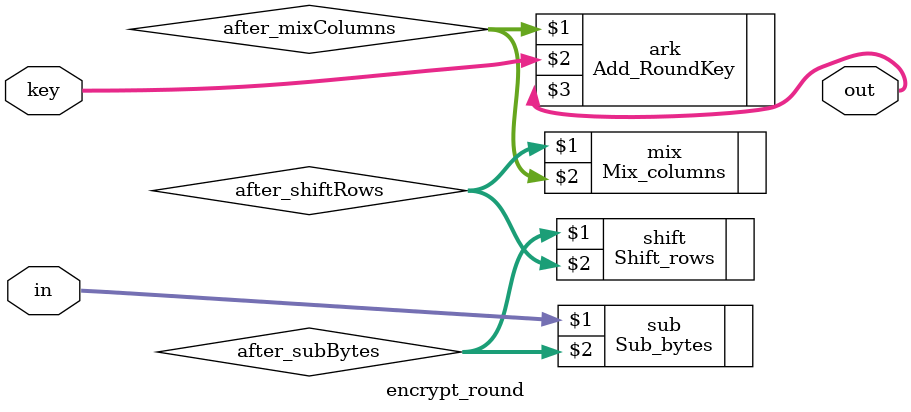
<source format=sv>
`timescale 1ns / 1ps


module encrypt_round(in,key,out);
input [127:0]in;
output [127:0]out;
input [127:0] key;
wire [127:0] after_subBytes;
wire [127:0] after_shiftRows;
wire [127:0] after_mixColumns;
wire [127:0] after_addRoundKey;

Sub_bytes sub(in, after_subBytes);
Shift_rows shift(after_subBytes,after_shiftRows);
Mix_columns mix(after_shiftRows, after_mixColumns);
Add_RoundKey ark(after_mixColumns,key,out);

endmodule

</source>
